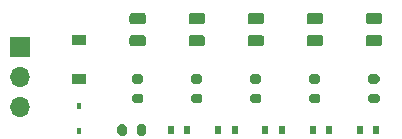
<source format=gbr>
G04 #@! TF.GenerationSoftware,KiCad,Pcbnew,(5.1.10)-1*
G04 #@! TF.CreationDate,2021-09-08T12:00:49+09:00*
G04 #@! TF.ProjectId,driver_v0.3,64726976-6572-45f7-9630-2e332e6b6963,rev?*
G04 #@! TF.SameCoordinates,Original*
G04 #@! TF.FileFunction,Soldermask,Top*
G04 #@! TF.FilePolarity,Negative*
%FSLAX46Y46*%
G04 Gerber Fmt 4.6, Leading zero omitted, Abs format (unit mm)*
G04 Created by KiCad (PCBNEW (5.1.10)-1) date 2021-09-08 12:00:49*
%MOMM*%
%LPD*%
G01*
G04 APERTURE LIST*
%ADD10O,1.700000X1.700000*%
%ADD11R,1.700000X1.700000*%
%ADD12R,0.450000X0.600000*%
%ADD13R,0.600000X0.700000*%
%ADD14R,1.200000X0.900000*%
G04 APERTURE END LIST*
G36*
G01*
X94725000Y-110425000D02*
X95275000Y-110425000D01*
G75*
G02*
X95475000Y-110625000I0J-200000D01*
G01*
X95475000Y-111025000D01*
G75*
G02*
X95275000Y-111225000I-200000J0D01*
G01*
X94725000Y-111225000D01*
G75*
G02*
X94525000Y-111025000I0J200000D01*
G01*
X94525000Y-110625000D01*
G75*
G02*
X94725000Y-110425000I200000J0D01*
G01*
G37*
G36*
G01*
X94725000Y-108775000D02*
X95275000Y-108775000D01*
G75*
G02*
X95475000Y-108975000I0J-200000D01*
G01*
X95475000Y-109375000D01*
G75*
G02*
X95275000Y-109575000I-200000J0D01*
G01*
X94725000Y-109575000D01*
G75*
G02*
X94525000Y-109375000I0J200000D01*
G01*
X94525000Y-108975000D01*
G75*
G02*
X94725000Y-108775000I200000J0D01*
G01*
G37*
G36*
G01*
X89725000Y-110425000D02*
X90275000Y-110425000D01*
G75*
G02*
X90475000Y-110625000I0J-200000D01*
G01*
X90475000Y-111025000D01*
G75*
G02*
X90275000Y-111225000I-200000J0D01*
G01*
X89725000Y-111225000D01*
G75*
G02*
X89525000Y-111025000I0J200000D01*
G01*
X89525000Y-110625000D01*
G75*
G02*
X89725000Y-110425000I200000J0D01*
G01*
G37*
G36*
G01*
X89725000Y-108775000D02*
X90275000Y-108775000D01*
G75*
G02*
X90475000Y-108975000I0J-200000D01*
G01*
X90475000Y-109375000D01*
G75*
G02*
X90275000Y-109575000I-200000J0D01*
G01*
X89725000Y-109575000D01*
G75*
G02*
X89525000Y-109375000I0J200000D01*
G01*
X89525000Y-108975000D01*
G75*
G02*
X89725000Y-108775000I200000J0D01*
G01*
G37*
G36*
G01*
X84725000Y-110425000D02*
X85275000Y-110425000D01*
G75*
G02*
X85475000Y-110625000I0J-200000D01*
G01*
X85475000Y-111025000D01*
G75*
G02*
X85275000Y-111225000I-200000J0D01*
G01*
X84725000Y-111225000D01*
G75*
G02*
X84525000Y-111025000I0J200000D01*
G01*
X84525000Y-110625000D01*
G75*
G02*
X84725000Y-110425000I200000J0D01*
G01*
G37*
G36*
G01*
X84725000Y-108775000D02*
X85275000Y-108775000D01*
G75*
G02*
X85475000Y-108975000I0J-200000D01*
G01*
X85475000Y-109375000D01*
G75*
G02*
X85275000Y-109575000I-200000J0D01*
G01*
X84725000Y-109575000D01*
G75*
G02*
X84525000Y-109375000I0J200000D01*
G01*
X84525000Y-108975000D01*
G75*
G02*
X84725000Y-108775000I200000J0D01*
G01*
G37*
G36*
G01*
X79725000Y-110425000D02*
X80275000Y-110425000D01*
G75*
G02*
X80475000Y-110625000I0J-200000D01*
G01*
X80475000Y-111025000D01*
G75*
G02*
X80275000Y-111225000I-200000J0D01*
G01*
X79725000Y-111225000D01*
G75*
G02*
X79525000Y-111025000I0J200000D01*
G01*
X79525000Y-110625000D01*
G75*
G02*
X79725000Y-110425000I200000J0D01*
G01*
G37*
G36*
G01*
X79725000Y-108775000D02*
X80275000Y-108775000D01*
G75*
G02*
X80475000Y-108975000I0J-200000D01*
G01*
X80475000Y-109375000D01*
G75*
G02*
X80275000Y-109575000I-200000J0D01*
G01*
X79725000Y-109575000D01*
G75*
G02*
X79525000Y-109375000I0J200000D01*
G01*
X79525000Y-108975000D01*
G75*
G02*
X79725000Y-108775000I200000J0D01*
G01*
G37*
G36*
G01*
X74725000Y-110425000D02*
X75275000Y-110425000D01*
G75*
G02*
X75475000Y-110625000I0J-200000D01*
G01*
X75475000Y-111025000D01*
G75*
G02*
X75275000Y-111225000I-200000J0D01*
G01*
X74725000Y-111225000D01*
G75*
G02*
X74525000Y-111025000I0J200000D01*
G01*
X74525000Y-110625000D01*
G75*
G02*
X74725000Y-110425000I200000J0D01*
G01*
G37*
G36*
G01*
X74725000Y-108775000D02*
X75275000Y-108775000D01*
G75*
G02*
X75475000Y-108975000I0J-200000D01*
G01*
X75475000Y-109375000D01*
G75*
G02*
X75275000Y-109575000I-200000J0D01*
G01*
X74725000Y-109575000D01*
G75*
G02*
X74525000Y-109375000I0J200000D01*
G01*
X74525000Y-108975000D01*
G75*
G02*
X74725000Y-108775000I200000J0D01*
G01*
G37*
G36*
G01*
X74925000Y-113775000D02*
X74925000Y-113225000D01*
G75*
G02*
X75125000Y-113025000I200000J0D01*
G01*
X75525000Y-113025000D01*
G75*
G02*
X75725000Y-113225000I0J-200000D01*
G01*
X75725000Y-113775000D01*
G75*
G02*
X75525000Y-113975000I-200000J0D01*
G01*
X75125000Y-113975000D01*
G75*
G02*
X74925000Y-113775000I0J200000D01*
G01*
G37*
G36*
G01*
X73275000Y-113775000D02*
X73275000Y-113225000D01*
G75*
G02*
X73475000Y-113025000I200000J0D01*
G01*
X73875000Y-113025000D01*
G75*
G02*
X74075000Y-113225000I0J-200000D01*
G01*
X74075000Y-113775000D01*
G75*
G02*
X73875000Y-113975000I-200000J0D01*
G01*
X73475000Y-113975000D01*
G75*
G02*
X73275000Y-113775000I0J200000D01*
G01*
G37*
D10*
X65000000Y-111540000D03*
X65000000Y-109000000D03*
D11*
X65000000Y-106460000D03*
G36*
G01*
X94543750Y-105450000D02*
X95456250Y-105450000D01*
G75*
G02*
X95700000Y-105693750I0J-243750D01*
G01*
X95700000Y-106181250D01*
G75*
G02*
X95456250Y-106425000I-243750J0D01*
G01*
X94543750Y-106425000D01*
G75*
G02*
X94300000Y-106181250I0J243750D01*
G01*
X94300000Y-105693750D01*
G75*
G02*
X94543750Y-105450000I243750J0D01*
G01*
G37*
G36*
G01*
X94543750Y-103575000D02*
X95456250Y-103575000D01*
G75*
G02*
X95700000Y-103818750I0J-243750D01*
G01*
X95700000Y-104306250D01*
G75*
G02*
X95456250Y-104550000I-243750J0D01*
G01*
X94543750Y-104550000D01*
G75*
G02*
X94300000Y-104306250I0J243750D01*
G01*
X94300000Y-103818750D01*
G75*
G02*
X94543750Y-103575000I243750J0D01*
G01*
G37*
G36*
G01*
X89543750Y-105450000D02*
X90456250Y-105450000D01*
G75*
G02*
X90700000Y-105693750I0J-243750D01*
G01*
X90700000Y-106181250D01*
G75*
G02*
X90456250Y-106425000I-243750J0D01*
G01*
X89543750Y-106425000D01*
G75*
G02*
X89300000Y-106181250I0J243750D01*
G01*
X89300000Y-105693750D01*
G75*
G02*
X89543750Y-105450000I243750J0D01*
G01*
G37*
G36*
G01*
X89543750Y-103575000D02*
X90456250Y-103575000D01*
G75*
G02*
X90700000Y-103818750I0J-243750D01*
G01*
X90700000Y-104306250D01*
G75*
G02*
X90456250Y-104550000I-243750J0D01*
G01*
X89543750Y-104550000D01*
G75*
G02*
X89300000Y-104306250I0J243750D01*
G01*
X89300000Y-103818750D01*
G75*
G02*
X89543750Y-103575000I243750J0D01*
G01*
G37*
G36*
G01*
X84543750Y-105450000D02*
X85456250Y-105450000D01*
G75*
G02*
X85700000Y-105693750I0J-243750D01*
G01*
X85700000Y-106181250D01*
G75*
G02*
X85456250Y-106425000I-243750J0D01*
G01*
X84543750Y-106425000D01*
G75*
G02*
X84300000Y-106181250I0J243750D01*
G01*
X84300000Y-105693750D01*
G75*
G02*
X84543750Y-105450000I243750J0D01*
G01*
G37*
G36*
G01*
X84543750Y-103575000D02*
X85456250Y-103575000D01*
G75*
G02*
X85700000Y-103818750I0J-243750D01*
G01*
X85700000Y-104306250D01*
G75*
G02*
X85456250Y-104550000I-243750J0D01*
G01*
X84543750Y-104550000D01*
G75*
G02*
X84300000Y-104306250I0J243750D01*
G01*
X84300000Y-103818750D01*
G75*
G02*
X84543750Y-103575000I243750J0D01*
G01*
G37*
G36*
G01*
X79543750Y-105450000D02*
X80456250Y-105450000D01*
G75*
G02*
X80700000Y-105693750I0J-243750D01*
G01*
X80700000Y-106181250D01*
G75*
G02*
X80456250Y-106425000I-243750J0D01*
G01*
X79543750Y-106425000D01*
G75*
G02*
X79300000Y-106181250I0J243750D01*
G01*
X79300000Y-105693750D01*
G75*
G02*
X79543750Y-105450000I243750J0D01*
G01*
G37*
G36*
G01*
X79543750Y-103575000D02*
X80456250Y-103575000D01*
G75*
G02*
X80700000Y-103818750I0J-243750D01*
G01*
X80700000Y-104306250D01*
G75*
G02*
X80456250Y-104550000I-243750J0D01*
G01*
X79543750Y-104550000D01*
G75*
G02*
X79300000Y-104306250I0J243750D01*
G01*
X79300000Y-103818750D01*
G75*
G02*
X79543750Y-103575000I243750J0D01*
G01*
G37*
G36*
G01*
X74543750Y-105450000D02*
X75456250Y-105450000D01*
G75*
G02*
X75700000Y-105693750I0J-243750D01*
G01*
X75700000Y-106181250D01*
G75*
G02*
X75456250Y-106425000I-243750J0D01*
G01*
X74543750Y-106425000D01*
G75*
G02*
X74300000Y-106181250I0J243750D01*
G01*
X74300000Y-105693750D01*
G75*
G02*
X74543750Y-105450000I243750J0D01*
G01*
G37*
G36*
G01*
X74543750Y-103575000D02*
X75456250Y-103575000D01*
G75*
G02*
X75700000Y-103818750I0J-243750D01*
G01*
X75700000Y-104306250D01*
G75*
G02*
X75456250Y-104550000I-243750J0D01*
G01*
X74543750Y-104550000D01*
G75*
G02*
X74300000Y-104306250I0J243750D01*
G01*
X74300000Y-103818750D01*
G75*
G02*
X74543750Y-103575000I243750J0D01*
G01*
G37*
D12*
X70000000Y-113550000D03*
X70000000Y-111450000D03*
D13*
X93800000Y-113500000D03*
X95200000Y-113500000D03*
X89800000Y-113500000D03*
X91200000Y-113500000D03*
X85800000Y-113500000D03*
X87200000Y-113500000D03*
X81800000Y-113500000D03*
X83200000Y-113500000D03*
X77800000Y-113500000D03*
X79200000Y-113500000D03*
D14*
X70000000Y-109150000D03*
X70000000Y-105850000D03*
M02*

</source>
